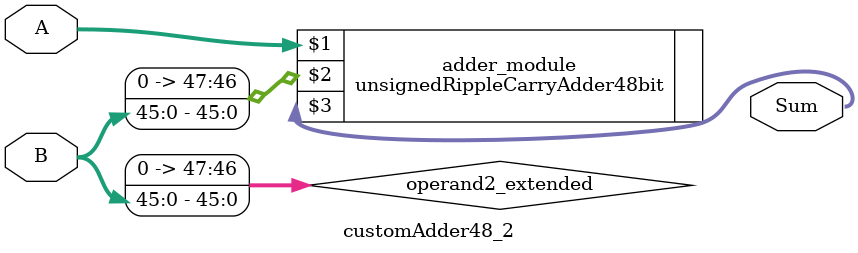
<source format=v>
module customAdder48_2(
                        input [47 : 0] A,
                        input [45 : 0] B,
                        
                        output [48 : 0] Sum
                );

        wire [47 : 0] operand2_extended;
        
        assign operand2_extended =  {2'b0, B};
        
        unsignedRippleCarryAdder48bit adder_module(
            A,
            operand2_extended,
            Sum
        );
        
        endmodule
        
</source>
